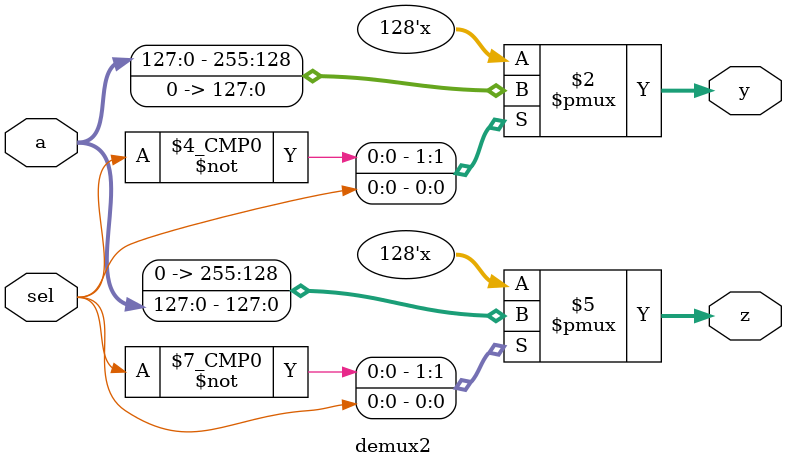
<source format=sv>
module demux2 #(parameter width = 128)
(
	input sel,
	input [width-1:0] a,
	output logic [width-1:0] y, z
);

always_comb
begin
	 y = '0;
	 z = '0;
	 
    unique case(sel)
        1'b0: y = a;
        1'b1: z = a;
	endcase
end

endmodule : demux2

</source>
